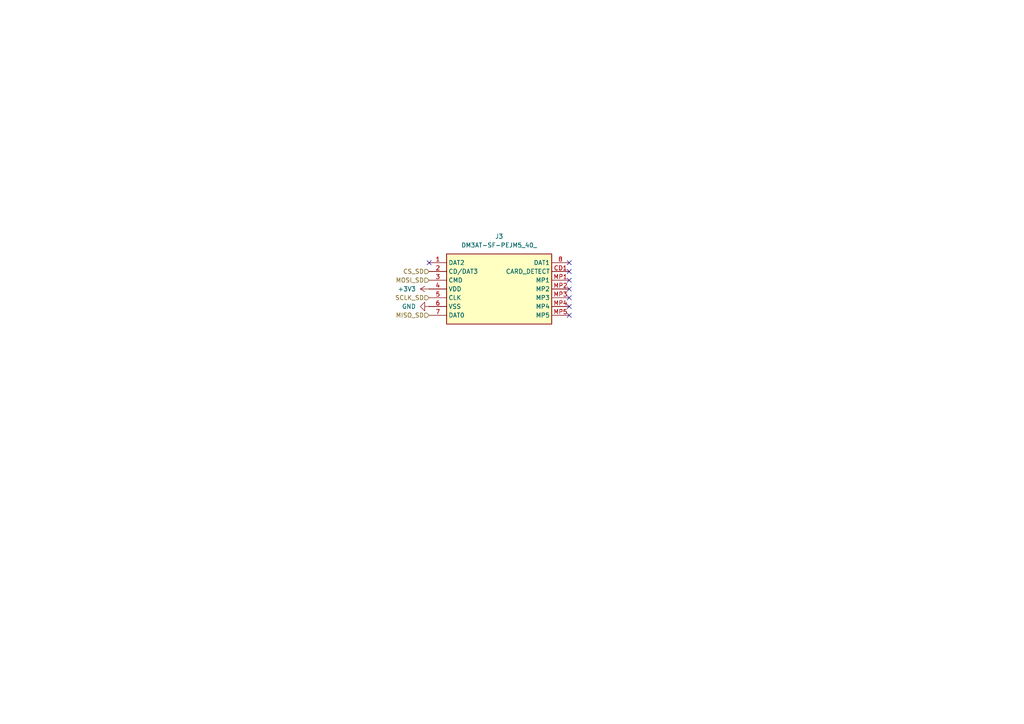
<source format=kicad_sch>
(kicad_sch (version 20231120) (generator "eeschema") (generator_version "8.0")
  (paper "A4")
  (lib_symbols
    (symbol "SamacSys_Parts:DM3AT-SF-PEJM5_40_"
      (property "Reference" "J" (at 36.83 7.62 0))
      (property "Value" "DM3AT-SF-PEJM5_40_" (at 36.83 5.08 0))
      (symbol "DM3AT-SF-PEJM5_40__1_1"
        (rectangle (start 5.08 2.54) (end 35.56 -17.78) (stroke (width 0.254)) (fill (type background)))
        (pin passive line (at 0 0 0) (length 5.08) (name "DAT2") (number "1"))
        (pin passive line (at 0 -2.54 0) (length 5.08) (name "CD/DAT3") (number "2"))
        (pin passive line (at 0 -5.08 0) (length 5.08) (name "CMD") (number "3"))
        (pin passive line (at 0 -7.62 0) (length 5.08) (name "VDD") (number "4"))
        (pin passive line (at 0 -10.16 0) (length 5.08) (name "CLK") (number "5"))
        (pin passive line (at 0 -12.7 0) (length 5.08) (name "VSS") (number "6"))
        (pin passive line (at 0 -15.24 0) (length 5.08) (name "DAT0") (number "7"))
        (pin passive line (at 40.64 0 180) (length 5.08) (name "DAT1") (number "8"))
        (pin passive line (at 40.64 -2.54 180) (length 5.08) (name "CARD_DETECT") (number "CD1"))
        (pin passive line (at 40.64 -5.08 180) (length 5.08) (name "MP1") (number "MP1"))
        (pin passive line (at 40.64 -7.62 180) (length 5.08) (name "MP2") (number "MP2"))
        (pin passive line (at 40.64 -10.16 180) (length 5.08) (name "MP3") (number "MP3"))
        (pin passive line (at 40.64 -12.7 180) (length 5.08) (name "MP4") (number "MP4"))
        (pin passive line (at 40.64 -15.24 180) (length 5.08) (name "MP5") (number "MP5"))
      )
    )
    (symbol "power:+3V3" (power) (pin_numbers hide) (pin_names (offset 0) hide)
      (property "Value" "+3V3" (at 0 3.556 0))
      (symbol "+3V3_0_1"
        (polyline (pts (xy -0.762 1.27) (xy 0 2.54)))
        (polyline (pts (xy 0 0) (xy 0 2.54)))
        (polyline (pts (xy 0 2.54) (xy 0.762 1.27)))
      )
      (symbol "+3V3_1_1"
        (pin power_in line (at 0 0 90) (length 0) (name "~") (number "1"))
      )
    )
    (symbol "power:GND" (power) (pin_numbers hide) (pin_names (offset 0) hide)
      (property "Value" "GND" (at 0 -3.81 0))
      (symbol "GND_0_1"
        (polyline (pts (xy 0 0) (xy 0 -1.27) (xy 1.27 -1.27) (xy 0 -2.54) (xy -1.27 -1.27) (xy 0 -1.27)))
      )
      (symbol "GND_1_1"
        (pin power_in line (at 0 0 270) (length 0) (name "~") (number "1"))
      )
    )
  )
  (no_connect (at 165.1 76.2))
  (no_connect (at 165.1 88.9))
  (no_connect (at 165.1 91.44))
  (no_connect (at 124.46 76.2))
  (no_connect (at 165.1 83.82))
  (no_connect (at 165.1 86.36))
  (no_connect (at 165.1 81.28))
  (no_connect (at 165.1 78.74))
  (hierarchical_label "MOSI_SD" (shape input) (at 124.46 81.28 180))
  (hierarchical_label "CS_SD" (shape input) (at 124.46 78.74 180))
  (hierarchical_label "MISO_SD" (shape input) (at 124.46 91.44 180))
  (hierarchical_label "SCLK_SD" (shape input) (at 124.46 86.36 180))
  (symbol (lib_id "SamacSys_Parts:DM3AT-SF-PEJM5_40_") (at 124.46 76.2 0) (unit 1)
    (property "Reference" "J3" (at 144.78 68.58 0))
    (property "Value" "DM3AT-SF-PEJM5_40_" (at 144.78 71.12 0))
    (property "Footprint" "SamacSys_Parts:DM3ATSFPEJM540" (effects (hide yes)))
    (property "Datasheet" "https://componentsearchengine.com/Datasheets/2/DM3AT-SF-PEJM5(40).pdf" (effects (hide yes)))
    (property "Description" "Memory Card Connectors MICRO SD CD CONN STD SMT PUSHPUSH" (effects (hide yes)))
    (property "Height" "1.83" (effects (hide yes)))
    (property "Manufacturer_Name" "Hirose" (effects (hide yes)))
    (property "Manufacturer_Part_Number" "DM3AT-SF-PEJM5(40)" (effects (hide yes)))
    (property "Mouser Part Number" "798-DM3AT-SF-PEJM540" (effects (hide yes)))
    (property "Mouser Price/Stock" "https://www.mouser.co.uk/ProductDetail/Hirose-Connector/DM3AT-SF-PEJM540?qs=0WLLhGLuJYzPvbo0KPPEoQ%3D%3D" (effects (hide yes)))
    (property "Arrow Part Number" "DM3AT-SF-PEJM5(40)" (effects (hide yes)))
    (property "Arrow Price/Stock" "https://www.arrow.com/en/products/dm3at-sf-pejm5-40/hirose-electric" (effects (hide yes)))
  )
  (symbol (lib_id "power:GND") (at 124.46 88.9 270) (unit 1)
    (property "Reference" "#PWR033" (effects (hide yes)))
    (property "Value" "GND" (at 120.65 88.8999 90) (effects (justify right)))
    (property "Description" "Power symbol creates a global label with name \"GND\" , ground" (effects (hide yes)))
  )
  (symbol (lib_id "power:+3V3") (at 124.46 83.82 90) (unit 1)
    (property "Reference" "#PWR032" (effects (hide yes)))
    (property "Value" "+3V3" (at 120.65 83.8199 90) (effects (justify left)))
    (property "Description" "Power symbol creates a global label with name \"+3V3\"" (effects (hide yes)))
  )
)
</source>
